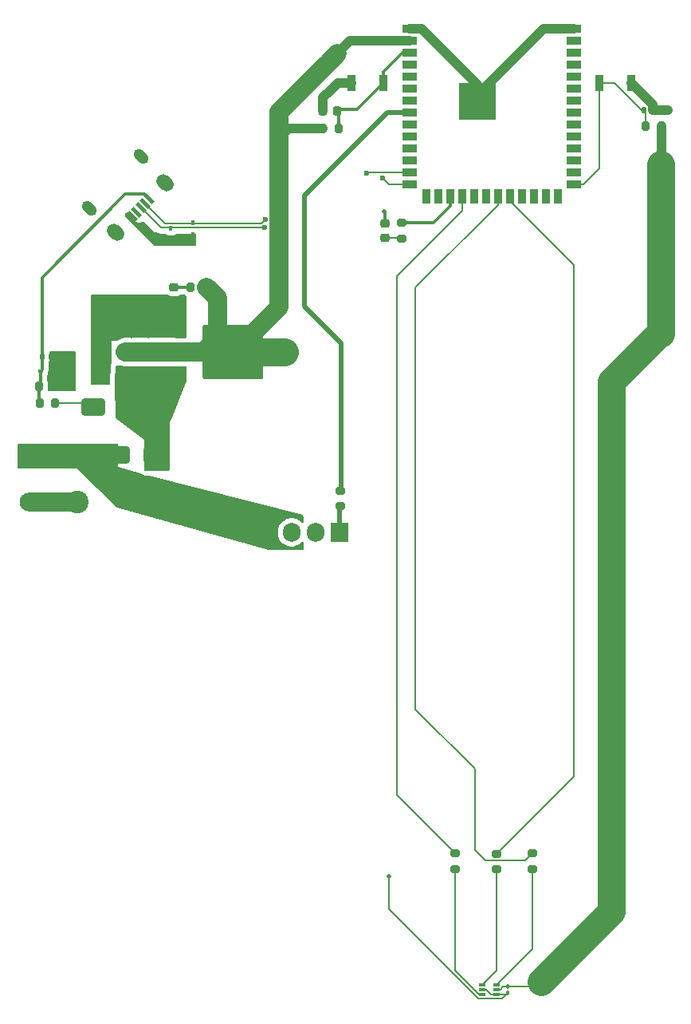
<source format=gbr>
%TF.GenerationSoftware,KiCad,Pcbnew,8.0.7*%
%TF.CreationDate,2025-03-03T14:35:13+00:00*%
%TF.ProjectId,FYP_Heater,4659505f-4865-4617-9465-722e6b696361,rev?*%
%TF.SameCoordinates,Original*%
%TF.FileFunction,Copper,L1,Top*%
%TF.FilePolarity,Positive*%
%FSLAX46Y46*%
G04 Gerber Fmt 4.6, Leading zero omitted, Abs format (unit mm)*
G04 Created by KiCad (PCBNEW 8.0.7) date 2025-03-03 14:35:13*
%MOMM*%
%LPD*%
G01*
G04 APERTURE LIST*
G04 Aperture macros list*
%AMRoundRect*
0 Rectangle with rounded corners*
0 $1 Rounding radius*
0 $2 $3 $4 $5 $6 $7 $8 $9 X,Y pos of 4 corners*
0 Add a 4 corners polygon primitive as box body*
4,1,4,$2,$3,$4,$5,$6,$7,$8,$9,$2,$3,0*
0 Add four circle primitives for the rounded corners*
1,1,$1+$1,$2,$3*
1,1,$1+$1,$4,$5*
1,1,$1+$1,$6,$7*
1,1,$1+$1,$8,$9*
0 Add four rect primitives between the rounded corners*
20,1,$1+$1,$2,$3,$4,$5,0*
20,1,$1+$1,$4,$5,$6,$7,0*
20,1,$1+$1,$6,$7,$8,$9,0*
20,1,$1+$1,$8,$9,$2,$3,0*%
%AMHorizOval*
0 Thick line with rounded ends*
0 $1 width*
0 $2 $3 position (X,Y) of the first rounded end (center of the circle)*
0 $4 $5 position (X,Y) of the second rounded end (center of the circle)*
0 Add line between two ends*
20,1,$1,$2,$3,$4,$5,0*
0 Add two circle primitives to create the rounded ends*
1,1,$1,$2,$3*
1,1,$1,$4,$5*%
%AMRotRect*
0 Rectangle, with rotation*
0 The origin of the aperture is its center*
0 $1 length*
0 $2 width*
0 $3 Rotation angle, in degrees counterclockwise*
0 Add horizontal line*
21,1,$1,$2,0,0,$3*%
G04 Aperture macros list end*
%TA.AperFunction,SMDPad,CuDef*%
%ADD10RoundRect,0.250000X1.000000X0.650000X-1.000000X0.650000X-1.000000X-0.650000X1.000000X-0.650000X0*%
%TD*%
%TA.AperFunction,SMDPad,CuDef*%
%ADD11R,1.500000X0.900000*%
%TD*%
%TA.AperFunction,SMDPad,CuDef*%
%ADD12R,0.900000X1.500000*%
%TD*%
%TA.AperFunction,HeatsinkPad*%
%ADD13C,0.600000*%
%TD*%
%TA.AperFunction,SMDPad,CuDef*%
%ADD14R,3.900000X3.900000*%
%TD*%
%TA.AperFunction,SMDPad,CuDef*%
%ADD15RoundRect,0.218750X0.256250X-0.218750X0.256250X0.218750X-0.256250X0.218750X-0.256250X-0.218750X0*%
%TD*%
%TA.AperFunction,ComponentPad*%
%ADD16R,3.960000X1.980000*%
%TD*%
%TA.AperFunction,ComponentPad*%
%ADD17O,3.960000X1.980000*%
%TD*%
%TA.AperFunction,SMDPad,CuDef*%
%ADD18RotRect,0.450000X1.300000X225.000000*%
%TD*%
%TA.AperFunction,ComponentPad*%
%ADD19HorizOval,1.150000X-0.229810X0.229810X0.229810X-0.229810X0*%
%TD*%
%TA.AperFunction,ComponentPad*%
%ADD20HorizOval,1.450000X-0.194454X0.194454X0.194454X-0.194454X0*%
%TD*%
%TA.AperFunction,SMDPad,CuDef*%
%ADD21RoundRect,0.218750X-0.256250X0.218750X-0.256250X-0.218750X0.256250X-0.218750X0.256250X0.218750X0*%
%TD*%
%TA.AperFunction,SMDPad,CuDef*%
%ADD22RoundRect,0.200000X-0.200000X-0.275000X0.200000X-0.275000X0.200000X0.275000X-0.200000X0.275000X0*%
%TD*%
%TA.AperFunction,SMDPad,CuDef*%
%ADD23RoundRect,0.140000X-0.140000X-0.170000X0.140000X-0.170000X0.140000X0.170000X-0.140000X0.170000X0*%
%TD*%
%TA.AperFunction,SMDPad,CuDef*%
%ADD24R,0.480000X0.400000*%
%TD*%
%TA.AperFunction,SMDPad,CuDef*%
%ADD25RoundRect,0.100000X-0.100000X0.130000X-0.100000X-0.130000X0.100000X-0.130000X0.100000X0.130000X0*%
%TD*%
%TA.AperFunction,SMDPad,CuDef*%
%ADD26RoundRect,0.200000X0.275000X-0.200000X0.275000X0.200000X-0.275000X0.200000X-0.275000X-0.200000X0*%
%TD*%
%TA.AperFunction,SMDPad,CuDef*%
%ADD27RoundRect,0.085000X-0.265000X-0.085000X0.265000X-0.085000X0.265000X0.085000X-0.265000X0.085000X0*%
%TD*%
%TA.AperFunction,SMDPad,CuDef*%
%ADD28RoundRect,0.200000X0.200000X0.275000X-0.200000X0.275000X-0.200000X-0.275000X0.200000X-0.275000X0*%
%TD*%
%TA.AperFunction,SMDPad,CuDef*%
%ADD29R,0.900000X1.700000*%
%TD*%
%TA.AperFunction,SMDPad,CuDef*%
%ADD30RoundRect,0.200000X-0.275000X0.200000X-0.275000X-0.200000X0.275000X-0.200000X0.275000X0.200000X0*%
%TD*%
%TA.AperFunction,SMDPad,CuDef*%
%ADD31R,0.400000X0.480000*%
%TD*%
%TA.AperFunction,SMDPad,CuDef*%
%ADD32RoundRect,0.250000X0.450000X0.425000X-0.450000X0.425000X-0.450000X-0.425000X0.450000X-0.425000X0*%
%TD*%
%TA.AperFunction,SMDPad,CuDef*%
%ADD33RoundRect,0.250000X-0.850000X-0.350000X0.850000X-0.350000X0.850000X0.350000X-0.850000X0.350000X0*%
%TD*%
%TA.AperFunction,SMDPad,CuDef*%
%ADD34RoundRect,0.250000X-1.275000X-1.125000X1.275000X-1.125000X1.275000X1.125000X-1.275000X1.125000X0*%
%TD*%
%TA.AperFunction,SMDPad,CuDef*%
%ADD35RoundRect,0.249997X-2.950003X-2.650003X2.950003X-2.650003X2.950003X2.650003X-2.950003X2.650003X0*%
%TD*%
%TA.AperFunction,ComponentPad*%
%ADD36R,1.905000X2.000000*%
%TD*%
%TA.AperFunction,ComponentPad*%
%ADD37O,1.905000X2.000000*%
%TD*%
%TA.AperFunction,SMDPad,CuDef*%
%ADD38RoundRect,0.225000X0.225000X0.250000X-0.225000X0.250000X-0.225000X-0.250000X0.225000X-0.250000X0*%
%TD*%
%TA.AperFunction,ViaPad*%
%ADD39C,0.500000*%
%TD*%
%TA.AperFunction,ViaPad*%
%ADD40C,2.400000*%
%TD*%
%TA.AperFunction,ViaPad*%
%ADD41C,0.600000*%
%TD*%
%TA.AperFunction,Conductor*%
%ADD42C,0.200000*%
%TD*%
%TA.AperFunction,Conductor*%
%ADD43C,0.300000*%
%TD*%
%TA.AperFunction,Conductor*%
%ADD44C,1.000000*%
%TD*%
%TA.AperFunction,Conductor*%
%ADD45C,2.000000*%
%TD*%
%TA.AperFunction,Conductor*%
%ADD46C,3.000000*%
%TD*%
%TA.AperFunction,Conductor*%
%ADD47C,0.500000*%
%TD*%
G04 APERTURE END LIST*
D10*
%TO.P,D8,1,K*%
%TO.N,Net-(D6-K)*%
X63300000Y-87100000D03*
%TO.P,D8,2,A*%
%TO.N,5VIN*%
X59300000Y-87100000D03*
%TD*%
%TO.P,D6,2,A*%
%TO.N,VBUS*%
X56700000Y-82000000D03*
%TO.P,D6,1,K*%
%TO.N,Net-(D6-K)*%
X60700000Y-82000000D03*
%TD*%
D11*
%TO.P,U4,1,GND*%
%TO.N,GND*%
X90250000Y-41890000D03*
%TO.P,U4,2,3V3*%
%TO.N,+3V3*%
X90250000Y-43160000D03*
%TO.P,U4,3,EN*%
%TO.N,EN*%
X90250000Y-44430000D03*
%TO.P,U4,4,IO4*%
%TO.N,GPIO4*%
X90250000Y-45700000D03*
%TO.P,U4,5,IO5*%
%TO.N,GPIO5*%
X90250000Y-46970000D03*
%TO.P,U4,6,IO6*%
%TO.N,GPIO6*%
X90250000Y-48240000D03*
%TO.P,U4,7,IO7*%
%TO.N,GPIO7*%
X90250000Y-49510000D03*
%TO.P,U4,8,IO15*%
%TO.N,TEMP_CONT*%
X90250000Y-50780000D03*
%TO.P,U4,9,IO16*%
%TO.N,TEMP_CONTROL*%
X90250000Y-52050000D03*
%TO.P,U4,10,IO17*%
%TO.N,GPIO17*%
X90250000Y-53320000D03*
%TO.P,U4,11,IO18*%
%TO.N,GPIO18*%
X90250000Y-54590000D03*
%TO.P,U4,12,IO8*%
%TO.N,GPIO8*%
X90250000Y-55860000D03*
%TO.P,U4,13,USB_D-*%
%TO.N,D-*%
X90250000Y-57130000D03*
%TO.P,U4,14,USB_D+*%
%TO.N,D+*%
X90250000Y-58400000D03*
D12*
%TO.P,U4,15,IO3*%
%TO.N,GPIO3_NC*%
X92015000Y-59650000D03*
%TO.P,U4,16,IO46*%
%TO.N,GPIO46_NC*%
X93285000Y-59650000D03*
%TO.P,U4,17,IO9*%
%TO.N,GPIO9*%
X94555000Y-59650000D03*
%TO.P,U4,18,IO10*%
%TO.N,HI_T_ALERT*%
X95825000Y-59650000D03*
%TO.P,U4,19,IO11*%
%TO.N,GPIO11*%
X97095000Y-59650000D03*
%TO.P,U4,20,IO12*%
%TO.N,GPIO12*%
X98365000Y-59650000D03*
%TO.P,U4,21,IO13*%
%TO.N,SDA*%
X99635000Y-59650000D03*
%TO.P,U4,22,IO14*%
%TO.N,SCL*%
X100905000Y-59650000D03*
%TO.P,U4,23,IO21*%
%TO.N,GPIO21*%
X102175000Y-59650000D03*
%TO.P,U4,24,IO47*%
%TO.N,GPIO47*%
X103445000Y-59650000D03*
%TO.P,U4,25,IO48*%
%TO.N,GPIO48*%
X104715000Y-59650000D03*
%TO.P,U4,26,IO45*%
%TO.N,GPIO45_NC*%
X105985000Y-59650000D03*
D11*
%TO.P,U4,27,IO0*%
%TO.N,IO0*%
X107750000Y-58400000D03*
%TO.P,U4,28,IO35*%
%TO.N,GPIO35_NC*%
X107750000Y-57130000D03*
%TO.P,U4,29,IO36*%
%TO.N,GPIO36_NC*%
X107750000Y-55860000D03*
%TO.P,U4,30,IO37*%
%TO.N,GPIO37_NC*%
X107750000Y-54590000D03*
%TO.P,U4,31,IO38*%
%TO.N,GPIO38*%
X107750000Y-53320000D03*
%TO.P,U4,32,IO39*%
%TO.N,GPIO39*%
X107750000Y-52050000D03*
%TO.P,U4,33,IO40*%
%TO.N,GPIO40*%
X107750000Y-50780000D03*
%TO.P,U4,34,IO41*%
%TO.N,GPIO41*%
X107750000Y-49510000D03*
%TO.P,U4,35,IO42*%
%TO.N,GPIO42*%
X107750000Y-48240000D03*
%TO.P,U4,36,RXD0*%
%TO.N,RX0*%
X107750000Y-46970000D03*
%TO.P,U4,37,TXD0*%
%TO.N,TX0*%
X107750000Y-45700000D03*
%TO.P,U4,38,IO2*%
%TO.N,GPIO2*%
X107750000Y-44430000D03*
%TO.P,U4,39,IO1*%
%TO.N,GPIO1*%
X107750000Y-43160000D03*
%TO.P,U4,40,GND*%
%TO.N,GND*%
X107750000Y-41890000D03*
D13*
%TO.P,U4,41,GND*%
X96100000Y-48910000D03*
X96100000Y-50310000D03*
X96800000Y-48210000D03*
X96800000Y-49610000D03*
X96800000Y-51010000D03*
X97500000Y-48910000D03*
D14*
X97500000Y-49610000D03*
D13*
X97500000Y-50310000D03*
X98200000Y-48210000D03*
X98200000Y-49610000D03*
X98200000Y-51010000D03*
X98900000Y-48910000D03*
X98900000Y-50310000D03*
%TD*%
D15*
%TO.P,D4,1,K*%
%TO.N,GND*%
X65250000Y-70862500D03*
%TO.P,D4,2,A*%
%TO.N,Net-(D4-A)*%
X65250000Y-69287500D03*
%TD*%
D16*
%TO.P,J3,1,Pin_1*%
%TO.N,5VIN*%
X50800000Y-87050000D03*
D17*
%TO.P,J3,2,Pin_2*%
%TO.N,GND*%
X50800000Y-92050000D03*
%TD*%
D18*
%TO.P,J1,1,VBUS*%
%TO.N,Net-(J1-VBUS)*%
X62620622Y-59950089D03*
%TO.P,J1,2,D-*%
%TO.N,D+*%
X62161002Y-60409708D03*
%TO.P,J1,3,D+*%
%TO.N,D-*%
X61701383Y-60869328D03*
%TO.P,J1,4,ID*%
%TO.N,unconnected-(J1-ID-Pad4)*%
X61241763Y-61328947D03*
%TO.P,J1,5,GND*%
%TO.N,GND*%
X60782144Y-61788567D03*
D19*
%TO.P,J1,6,Shield*%
%TO.N,unconnected-(J1-Shield-Pad6)_2*%
X61719061Y-55406928D03*
D20*
%TO.N,unconnected-(J1-Shield-Pad6)_1*%
X64300000Y-58200000D03*
%TO.N,unconnected-(J1-Shield-Pad6)_3*%
X59032055Y-63467945D03*
D19*
%TO.N,unconnected-(J1-Shield-Pad6)*%
X56238983Y-60887006D03*
%TD*%
D21*
%TO.P,D5,1,K*%
%TO.N,GND*%
X87650000Y-62525000D03*
%TO.P,D5,2,A*%
%TO.N,Net-(D5-A)*%
X87650000Y-64100000D03*
%TD*%
D22*
%TO.P,R5,1*%
%TO.N,Net-(J1-VBUS)*%
X50950000Y-81600000D03*
%TO.P,R5,2*%
%TO.N,VBUS*%
X52600000Y-81600000D03*
%TD*%
D23*
%TO.P,C1,1*%
%TO.N,Net-(J1-VBUS)*%
X51240000Y-76700000D03*
%TO.P,C1,2*%
%TO.N,GND*%
X52200000Y-76700000D03*
%TD*%
D24*
%TO.P,D1,1*%
%TO.N,GND*%
X52400000Y-78200000D03*
%TO.P,D1,2*%
%TO.N,Net-(J1-VBUS)*%
X51080000Y-78200000D03*
%TD*%
D25*
%TO.P,C7,1*%
%TO.N,+3V3*%
X100700000Y-143500000D03*
%TO.P,C7,2*%
%TO.N,GND*%
X100700000Y-144140000D03*
%TD*%
D26*
%TO.P,R3,1*%
%TO.N,Net-(Q4-G)*%
X82900000Y-92525000D03*
%TO.P,R3,2*%
%TO.N,TEMP_CONT*%
X82900000Y-90875000D03*
%TD*%
D27*
%TO.P,U2,1,SCL*%
%TO.N,Net-(U2-SCL)*%
X98000000Y-143300000D03*
%TO.P,U2,2,GND*%
%TO.N,GND*%
X98000000Y-143800000D03*
%TO.P,U2,3,ALERT*%
%TO.N,Net-(U2-ALERT)*%
X98000000Y-144300000D03*
%TO.P,U2,4,ADD0*%
%TO.N,GND*%
X99500000Y-144300000D03*
%TO.P,U2,5,V+*%
%TO.N,+3V3*%
X99500000Y-143800000D03*
%TO.P,U2,6,SDA*%
%TO.N,Net-(U2-SDA)*%
X99500000Y-143300000D03*
%TD*%
D28*
%TO.P,R13,1*%
%TO.N,+3V3*%
X117000000Y-52200000D03*
%TO.P,R13,2*%
%TO.N,IO0*%
X115350000Y-52200000D03*
%TD*%
D29*
%TO.P,SW2,1,A*%
%TO.N,GND*%
X113800000Y-47600000D03*
%TO.P,SW2,2,B*%
%TO.N,IO0*%
X110400000Y-47600000D03*
%TD*%
D26*
%TO.P,R14,1*%
%TO.N,Net-(D5-A)*%
X89400000Y-64125000D03*
%TO.P,R14,2*%
%TO.N,GPIO9*%
X89400000Y-62475000D03*
%TD*%
D29*
%TO.P,SW1,1,A*%
%TO.N,GND*%
X84100000Y-47600000D03*
%TO.P,SW1,2,B*%
%TO.N,EN*%
X87500000Y-47600000D03*
%TD*%
D30*
%TO.P,R1,1*%
%TO.N,SDA*%
X103300000Y-129375000D03*
%TO.P,R1,2*%
%TO.N,Net-(U2-SDA)*%
X103300000Y-131025000D03*
%TD*%
D26*
%TO.P,R8,1*%
%TO.N,Net-(U2-ALERT)*%
X95100000Y-131025000D03*
%TO.P,R8,2*%
%TO.N,HI_T_ALERT*%
X95100000Y-129375000D03*
%TD*%
D31*
%TO.P,D2,1*%
%TO.N,GND*%
X64900000Y-64360000D03*
%TO.P,D2,2*%
%TO.N,D-*%
X64900000Y-63040000D03*
%TD*%
D30*
%TO.P,R2,1*%
%TO.N,SCL*%
X99500000Y-129400000D03*
%TO.P,R2,2*%
%TO.N,Net-(U2-SCL)*%
X99500000Y-131050000D03*
%TD*%
D32*
%TO.P,C4,1*%
%TO.N,+3V3*%
X60075000Y-76175000D03*
%TO.P,C4,2*%
%TO.N,GND*%
X57375000Y-76175000D03*
%TD*%
D22*
%TO.P,R12,1*%
%TO.N,Net-(D4-A)*%
X67025000Y-69275000D03*
%TO.P,R12,2*%
%TO.N,+3V3*%
X68675000Y-69275000D03*
%TD*%
D33*
%TO.P,U3,1,GND*%
%TO.N,GND*%
X65200000Y-73920000D03*
%TO.P,U3,2,VO*%
%TO.N,+3V3*%
X65200000Y-76200000D03*
D34*
X69825000Y-74675000D03*
X69825000Y-77725000D03*
D35*
X71500000Y-76200000D03*
D34*
X73175000Y-74675000D03*
X73175000Y-77725000D03*
D33*
%TO.P,U3,3,VI*%
%TO.N,Net-(D6-K)*%
X65200000Y-78480000D03*
%TD*%
D32*
%TO.P,C3,1*%
%TO.N,Net-(D6-K)*%
X59975000Y-78575000D03*
%TO.P,C3,2*%
%TO.N,GND*%
X57275000Y-78575000D03*
%TD*%
D23*
%TO.P,C6,1*%
%TO.N,IO0*%
X115140000Y-50500000D03*
%TO.P,C6,2*%
%TO.N,GND*%
X116100000Y-50500000D03*
%TD*%
D36*
%TO.P,Q4,1,G*%
%TO.N,Net-(Q4-G)*%
X82800000Y-95300000D03*
D37*
%TO.P,Q4,2,D*%
%TO.N,Net-(H1-24V)*%
X80260000Y-95300000D03*
%TO.P,Q4,3,S*%
%TO.N,5V*%
X77720000Y-95300000D03*
%TD*%
D38*
%TO.P,C5,1*%
%TO.N,EN*%
X82600000Y-50600000D03*
%TO.P,C5,2*%
%TO.N,GND*%
X81050000Y-50600000D03*
%TD*%
D28*
%TO.P,R4,1*%
%TO.N,GND*%
X52550000Y-79800000D03*
%TO.P,R4,2*%
%TO.N,Net-(J1-VBUS)*%
X50900000Y-79800000D03*
%TD*%
D22*
%TO.P,R11,1*%
%TO.N,+3V3*%
X81050000Y-52500000D03*
%TO.P,R11,2*%
%TO.N,EN*%
X82700000Y-52500000D03*
%TD*%
D31*
%TO.P,D3,1*%
%TO.N,GND*%
X67200000Y-63760000D03*
%TO.P,D3,2*%
%TO.N,D+*%
X67200000Y-62440000D03*
%TD*%
D39*
%TO.N,GND*%
X54500000Y-78800000D03*
X54500000Y-78200000D03*
D40*
X55000000Y-92050000D03*
D39*
X63825000Y-70375000D03*
X53000000Y-76500000D03*
D41*
X62100000Y-63200000D03*
X63800000Y-64500000D03*
D39*
X57225000Y-74475000D03*
X53600000Y-80000000D03*
X62525000Y-74475000D03*
X117700000Y-50500000D03*
X53000000Y-77200000D03*
D41*
X63800000Y-63900000D03*
D39*
X81875000Y-48375000D03*
X87600000Y-61300000D03*
D41*
X66100000Y-63900000D03*
X66100000Y-64500000D03*
D39*
X66025000Y-72075000D03*
X65225000Y-72075000D03*
X64325000Y-72075000D03*
X88100000Y-131800000D03*
X59025000Y-74475000D03*
X60725000Y-74475000D03*
X54000000Y-77700000D03*
D41*
X61600000Y-62700000D03*
D39*
X63825000Y-71275000D03*
D40*
%TO.N,+3V3*%
X111700000Y-79300000D03*
X77000000Y-76200000D03*
D41*
%TO.N,D-*%
X85700000Y-57200000D03*
X74900000Y-63000000D03*
%TO.N,D+*%
X87400000Y-57730000D03*
X74925735Y-62125735D03*
%TD*%
D42*
%TO.N,VBUS*%
X56300000Y-81600000D02*
X56700000Y-82000000D01*
X52600000Y-81600000D02*
X56300000Y-81600000D01*
D43*
%TO.N,Net-(J1-VBUS)*%
X50900000Y-81550000D02*
X50950000Y-81600000D01*
X51240000Y-78040000D02*
X51080000Y-78200000D01*
X51080000Y-78200000D02*
X51080000Y-79620000D01*
X51240000Y-68260000D02*
X51240000Y-76700000D01*
X51240000Y-76700000D02*
X51240000Y-78040000D01*
X50900000Y-79800000D02*
X50900000Y-81550000D01*
X62111523Y-59440990D02*
X60059010Y-59440990D01*
X51080000Y-79620000D02*
X50900000Y-79800000D01*
X62620622Y-59950089D02*
X62111523Y-59440990D01*
X60059010Y-59440990D02*
X51240000Y-68260000D01*
D44*
%TO.N,GND*%
X84100000Y-47600000D02*
X82650000Y-47600000D01*
D42*
X100540000Y-144300000D02*
X99500000Y-144300000D01*
D44*
X104520000Y-41890000D02*
X96800000Y-49610000D01*
D42*
X97573172Y-144770000D02*
X100070000Y-144770000D01*
D44*
X90250000Y-41890000D02*
X91580000Y-41890000D01*
D42*
X98396828Y-143800000D02*
X98000000Y-143800000D01*
D44*
X107750000Y-41890000D02*
X104520000Y-41890000D01*
D45*
X55000000Y-92050000D02*
X50800000Y-92050000D01*
D42*
X100070000Y-144770000D02*
X100700000Y-144140000D01*
D43*
X87650000Y-62525000D02*
X87650000Y-61350000D01*
D44*
X113800000Y-47600000D02*
X116120000Y-49920000D01*
X97500000Y-47810000D02*
X97500000Y-48910000D01*
X116120000Y-49920000D02*
X116120000Y-50500000D01*
D42*
X99500000Y-144300000D02*
X98896828Y-144300000D01*
X88100000Y-131800000D02*
X88100000Y-135296828D01*
D44*
X116120000Y-50500000D02*
X117700000Y-50500000D01*
D42*
X100700000Y-144140000D02*
X100540000Y-144300000D01*
D44*
X91580000Y-41890000D02*
X97500000Y-47810000D01*
D43*
X87650000Y-61350000D02*
X87600000Y-61300000D01*
D44*
X82650000Y-47600000D02*
X81875000Y-48375000D01*
X81875000Y-48375000D02*
X81050000Y-49200000D01*
X81050000Y-49200000D02*
X81050000Y-50600000D01*
D42*
X98896828Y-144300000D02*
X98396828Y-143800000D01*
X88100000Y-135296828D02*
X97573172Y-144770000D01*
D44*
%TO.N,+3V3*%
X81050000Y-52500000D02*
X77425735Y-52500000D01*
D42*
X104200000Y-143000000D02*
X103700000Y-143500000D01*
D46*
X116900000Y-74200000D02*
X116900000Y-56300000D01*
D45*
X68300000Y-76200000D02*
X69825000Y-74675000D01*
D44*
X117000000Y-52200000D02*
X117000000Y-56200000D01*
D42*
X99500000Y-143800000D02*
X99896828Y-143800000D01*
D45*
X76425735Y-50674265D02*
X81600000Y-45500000D01*
D42*
X103700000Y-143500000D02*
X100700000Y-143500000D01*
X100196828Y-143500000D02*
X100700000Y-143500000D01*
D46*
X77000000Y-76200000D02*
X71500000Y-76200000D01*
X104200000Y-143000000D02*
X111700000Y-135500000D01*
D42*
X99896828Y-143800000D02*
X100196828Y-143500000D01*
D45*
X60075000Y-76175000D02*
X65175000Y-76175000D01*
D44*
X77425735Y-52500000D02*
X76425735Y-53500000D01*
D45*
X65200000Y-76200000D02*
X68300000Y-76200000D01*
D46*
X111700000Y-135500000D02*
X111700000Y-79300000D01*
D45*
X81600000Y-45500000D02*
X82600000Y-44500000D01*
X73175000Y-74675000D02*
X76425735Y-71424265D01*
D46*
X116800000Y-74200000D02*
X116900000Y-74200000D01*
D45*
X65175000Y-76175000D02*
X65200000Y-76200000D01*
D44*
X90250000Y-43160000D02*
X83940000Y-43160000D01*
D46*
X111700000Y-79300000D02*
X116800000Y-74200000D01*
D44*
X117000000Y-56200000D02*
X116900000Y-56300000D01*
D45*
X69825000Y-74675000D02*
X69825000Y-70425000D01*
D44*
X83940000Y-43160000D02*
X82600000Y-44500000D01*
D45*
X69825000Y-70425000D02*
X68675000Y-69275000D01*
X76425735Y-71424265D02*
X76425735Y-53500000D01*
X76425735Y-53500000D02*
X76425735Y-50674265D01*
D43*
%TO.N,EN*%
X87500000Y-46450000D02*
X89520000Y-44430000D01*
X87500000Y-47600000D02*
X87500000Y-46450000D01*
X84700000Y-50400000D02*
X87500000Y-47600000D01*
X82600000Y-50600000D02*
X82800000Y-50400000D01*
X82800000Y-50400000D02*
X84700000Y-50400000D01*
X82700000Y-50700000D02*
X82600000Y-50600000D01*
X89520000Y-44430000D02*
X90250000Y-44430000D01*
X82700000Y-52500000D02*
X82700000Y-50700000D01*
D42*
%TO.N,IO0*%
X115350000Y-52200000D02*
X115350000Y-50710000D01*
X108700000Y-58400000D02*
X107750000Y-58400000D01*
X115350000Y-50710000D02*
X115140000Y-50500000D01*
X114900000Y-50500000D02*
X112000000Y-47600000D01*
X110400000Y-56700000D02*
X108700000Y-58400000D01*
X110400000Y-47600000D02*
X110400000Y-56700000D01*
X115140000Y-50500000D02*
X114900000Y-50500000D01*
X112000000Y-47600000D02*
X110400000Y-47600000D01*
D43*
%TO.N,Net-(D4-A)*%
X65262500Y-69275000D02*
X65250000Y-69287500D01*
X67025000Y-69275000D02*
X65262500Y-69275000D01*
D42*
%TO.N,Net-(D5-A)*%
X89350000Y-64100000D02*
X87650000Y-64100000D01*
D47*
%TO.N,Net-(Q4-G)*%
X82800000Y-92625000D02*
X82900000Y-92525000D01*
X82800000Y-95300000D02*
X82800000Y-92625000D01*
D42*
%TO.N,SDA*%
X102575000Y-130100000D02*
X98300000Y-130100000D01*
X90892225Y-69342775D02*
X99635000Y-60600000D01*
X98300000Y-130100000D02*
X97200000Y-129000000D01*
X97200000Y-129000000D02*
X97200000Y-120400000D01*
X99635000Y-60600000D02*
X99635000Y-59650000D01*
X103300000Y-129375000D02*
X102575000Y-130100000D01*
X97200000Y-120400000D02*
X90892225Y-114092225D01*
X90892225Y-114092225D02*
X90892225Y-69342775D01*
%TO.N,SCL*%
X100905000Y-60180000D02*
X100905000Y-59650000D01*
X107700000Y-121200000D02*
X107700000Y-66975000D01*
X107700000Y-66975000D02*
X100905000Y-60180000D01*
X99500000Y-129400000D02*
X107700000Y-121200000D01*
%TO.N,HI_T_ALERT*%
X95100000Y-129375000D02*
X88900000Y-123175000D01*
X95825000Y-61175000D02*
X95825000Y-59650000D01*
X88900000Y-68100000D02*
X95825000Y-61175000D01*
X88900000Y-123175000D02*
X88900000Y-68100000D01*
%TO.N,D-*%
X85770000Y-57130000D02*
X90250000Y-57130000D01*
X63832055Y-63000000D02*
X74900000Y-63000000D01*
X85700000Y-57200000D02*
X85770000Y-57130000D01*
X61701383Y-60869328D02*
X63832055Y-63000000D01*
D43*
%TO.N,GPIO9*%
X94555000Y-60700000D02*
X94555000Y-59650000D01*
X89400000Y-62475000D02*
X92780000Y-62475000D01*
X92780000Y-62475000D02*
X94555000Y-60700000D01*
D42*
%TO.N,D+*%
X74651471Y-62400000D02*
X74651471Y-62399999D01*
X64251294Y-62500000D02*
X74551471Y-62500000D01*
X87400000Y-57730000D02*
X88070000Y-58400000D01*
X62161002Y-60409708D02*
X64251294Y-62500000D01*
X88070000Y-58400000D02*
X90250000Y-58400000D01*
X74651471Y-62399999D02*
X74925735Y-62125735D01*
X74551471Y-62500000D02*
X74651471Y-62400000D01*
D47*
%TO.N,TEMP_CONT*%
X83000000Y-75200000D02*
X83000000Y-90775000D01*
X90250000Y-50780000D02*
X87920000Y-50780000D01*
X79100000Y-59600000D02*
X79100000Y-71300000D01*
X87920000Y-50780000D02*
X79100000Y-59600000D01*
X79100000Y-71300000D02*
X83000000Y-75200000D01*
X83000000Y-90775000D02*
X82900000Y-90875000D01*
D42*
%TO.N,Net-(U2-SDA)*%
X103300000Y-131025000D02*
X103300000Y-139500000D01*
X99500000Y-143300000D02*
X103300000Y-139500000D01*
%TO.N,Net-(U2-SCL)*%
X99500000Y-141800000D02*
X99500000Y-131050000D01*
X98000000Y-143300000D02*
X99500000Y-141800000D01*
%TO.N,Net-(U2-ALERT)*%
X98000000Y-144300000D02*
X97603172Y-144300000D01*
X97603172Y-144300000D02*
X95100000Y-141796828D01*
X95100000Y-141796828D02*
X95100000Y-131025000D01*
%TD*%
%TA.AperFunction,Conductor*%
%TO.N,GND*%
G36*
X64575706Y-70093462D02*
G01*
X64687713Y-70162549D01*
X64847315Y-70215436D01*
X64945826Y-70225500D01*
X64945831Y-70225500D01*
X65554169Y-70225500D01*
X65554174Y-70225500D01*
X65652685Y-70215436D01*
X65812287Y-70162549D01*
X65924294Y-70093462D01*
X65989391Y-70075000D01*
X66308131Y-70075000D01*
X66375170Y-70094685D01*
X66384609Y-70101393D01*
X66389819Y-70105475D01*
X66465149Y-70151013D01*
X66512337Y-70202540D01*
X66525000Y-70257130D01*
X66525000Y-74575500D01*
X66505315Y-74642539D01*
X66452511Y-74688294D01*
X66401000Y-74699500D01*
X65460694Y-74699500D01*
X65441296Y-74697973D01*
X65293097Y-74674500D01*
X65293092Y-74674500D01*
X59956908Y-74674500D01*
X59956903Y-74674500D01*
X59723631Y-74711446D01*
X59499003Y-74784433D01*
X59288566Y-74891657D01*
X59206451Y-74951318D01*
X59140644Y-74974798D01*
X59133565Y-74975000D01*
X58625000Y-74975000D01*
X58625000Y-75762280D01*
X58618931Y-75800599D01*
X58611446Y-75823633D01*
X58574500Y-76056902D01*
X58574500Y-76293097D01*
X58611446Y-76526364D01*
X58611447Y-76526369D01*
X58618931Y-76549402D01*
X58625000Y-76587719D01*
X58625000Y-77299208D01*
X58605315Y-77366247D01*
X58599487Y-77373948D01*
X58596728Y-77378144D01*
X58535594Y-77508384D01*
X58535593Y-77508388D01*
X58515209Y-77575213D01*
X58515207Y-77575221D01*
X58493243Y-77717406D01*
X58493242Y-77717417D01*
X58476988Y-79269797D01*
X58476988Y-79269798D01*
X58474536Y-79503768D01*
X58474513Y-79507471D01*
X58474507Y-79509752D01*
X58474513Y-79513827D01*
X58474714Y-79550319D01*
X58455398Y-79617466D01*
X58402846Y-79663510D01*
X58350716Y-79675000D01*
X56549000Y-79675000D01*
X56481961Y-79655315D01*
X56436206Y-79602511D01*
X56425000Y-79551000D01*
X56425000Y-70199000D01*
X56444685Y-70131961D01*
X56497489Y-70086206D01*
X56549000Y-70075000D01*
X64510609Y-70075000D01*
X64575706Y-70093462D01*
G37*
%TD.AperFunction*%
%TD*%
%TA.AperFunction,Conductor*%
%TO.N,GND*%
G36*
X60266139Y-61389241D02*
G01*
X60300143Y-61413338D01*
X61222228Y-62335422D01*
X61222232Y-62335425D01*
X61222234Y-62335427D01*
X61268909Y-62373042D01*
X61334368Y-62402936D01*
X61399826Y-62432830D01*
X61399825Y-62432830D01*
X61420307Y-62435774D01*
X61542283Y-62453312D01*
X61684741Y-62432830D01*
X61815657Y-62373042D01*
X61815659Y-62373040D01*
X61819126Y-62371457D01*
X61888284Y-62361513D01*
X61951840Y-62390537D01*
X61952978Y-62391536D01*
X63200000Y-63500000D01*
X63463855Y-63500000D01*
X63525854Y-63516612D01*
X63550150Y-63530639D01*
X63550152Y-63530641D01*
X63600268Y-63559576D01*
X63600270Y-63559577D01*
X63752997Y-63600500D01*
X63752998Y-63600500D01*
X64254045Y-63600500D01*
X64321084Y-63620185D01*
X64341720Y-63636812D01*
X64342455Y-63637547D01*
X64457664Y-63723793D01*
X64457671Y-63723797D01*
X64502618Y-63740561D01*
X64592517Y-63774091D01*
X64652127Y-63780500D01*
X65147872Y-63780499D01*
X65207483Y-63774091D01*
X65342331Y-63723796D01*
X65457546Y-63637546D01*
X65457548Y-63637542D01*
X65458280Y-63636812D01*
X65459192Y-63636314D01*
X65464645Y-63632232D01*
X65465232Y-63633016D01*
X65519606Y-63603332D01*
X65545955Y-63600500D01*
X67476000Y-63600500D01*
X67543039Y-63620185D01*
X67588794Y-63672989D01*
X67600000Y-63724500D01*
X67600000Y-64776000D01*
X67580315Y-64843039D01*
X67527511Y-64888794D01*
X67476000Y-64900000D01*
X63152484Y-64900000D01*
X63085445Y-64880315D01*
X63063464Y-64862322D01*
X60649616Y-62373042D01*
X60080119Y-61785748D01*
X60047583Y-61723918D01*
X60045820Y-61712396D01*
X60041472Y-61671021D01*
X60019107Y-61602191D01*
X60017112Y-61532355D01*
X60053192Y-61472522D01*
X60057607Y-61468660D01*
X60133087Y-61405760D01*
X60197185Y-61377967D01*
X60266139Y-61389241D01*
G37*
%TD.AperFunction*%
%TD*%
%TA.AperFunction,Conductor*%
%TO.N,5VIN*%
G36*
X59243039Y-85919685D02*
G01*
X59288794Y-85972489D01*
X59300000Y-86024000D01*
X59300000Y-88400000D01*
X61656509Y-89010060D01*
X61716475Y-89045918D01*
X61719143Y-89048899D01*
X61729926Y-89061343D01*
X61729928Y-89061344D01*
X61729930Y-89061347D01*
X61838664Y-89155567D01*
X61969541Y-89215338D01*
X62036580Y-89235023D01*
X62036584Y-89235024D01*
X62179000Y-89255500D01*
X62179003Y-89255500D01*
X62588786Y-89255500D01*
X62619863Y-89259457D01*
X78907079Y-93475944D01*
X78967044Y-93511801D01*
X78998104Y-93574387D01*
X79000000Y-93595986D01*
X79000000Y-94178286D01*
X78980315Y-94245325D01*
X78927511Y-94291080D01*
X78858353Y-94301024D01*
X78794797Y-94271999D01*
X78788319Y-94265967D01*
X78666568Y-94144216D01*
X78666566Y-94144214D01*
X78481538Y-94009783D01*
X78277755Y-93905950D01*
X78060248Y-93835278D01*
X77890826Y-93808444D01*
X77834354Y-93799500D01*
X77605646Y-93799500D01*
X77530349Y-93811426D01*
X77379753Y-93835278D01*
X77379750Y-93835278D01*
X77162244Y-93905950D01*
X76958461Y-94009783D01*
X76852896Y-94086480D01*
X76773434Y-94144214D01*
X76773432Y-94144216D01*
X76773431Y-94144216D01*
X76611716Y-94305931D01*
X76611716Y-94305932D01*
X76611714Y-94305934D01*
X76553980Y-94385396D01*
X76477283Y-94490961D01*
X76373450Y-94694744D01*
X76302778Y-94912250D01*
X76302778Y-94912253D01*
X76267000Y-95138146D01*
X76267000Y-95461853D01*
X76302778Y-95687746D01*
X76302778Y-95687749D01*
X76373450Y-95905255D01*
X76373452Y-95905258D01*
X76477283Y-96109038D01*
X76611714Y-96294066D01*
X76773434Y-96455786D01*
X76958462Y-96590217D01*
X77162242Y-96694048D01*
X77162244Y-96694049D01*
X77379751Y-96764721D01*
X77379752Y-96764721D01*
X77379755Y-96764722D01*
X77605646Y-96800500D01*
X77605647Y-96800500D01*
X77834353Y-96800500D01*
X77834354Y-96800500D01*
X78060245Y-96764722D01*
X78060248Y-96764721D01*
X78060249Y-96764721D01*
X78277755Y-96694049D01*
X78277755Y-96694048D01*
X78277758Y-96694048D01*
X78481538Y-96590217D01*
X78666566Y-96455786D01*
X78788319Y-96334033D01*
X78849642Y-96300548D01*
X78919334Y-96305532D01*
X78975267Y-96347404D01*
X78999684Y-96412868D01*
X79000000Y-96421714D01*
X79000000Y-97075335D01*
X78980315Y-97142374D01*
X78927511Y-97188129D01*
X78875337Y-97199333D01*
X75276634Y-97180088D01*
X75243979Y-97175530D01*
X59230226Y-92708431D01*
X59177423Y-92678206D01*
X54886004Y-88535618D01*
X48723297Y-88500698D01*
X48656371Y-88480634D01*
X48610916Y-88427572D01*
X48600000Y-88376700D01*
X48600000Y-86024000D01*
X48619685Y-85956961D01*
X48672489Y-85911206D01*
X48724000Y-85900000D01*
X59176000Y-85900000D01*
X59243039Y-85919685D01*
G37*
%TD.AperFunction*%
%TD*%
%TA.AperFunction,Conductor*%
%TO.N,Net-(D6-K)*%
G36*
X59623657Y-77606069D02*
G01*
X59723631Y-77638553D01*
X59956903Y-77675500D01*
X59956908Y-77675500D01*
X64914306Y-77675500D01*
X64933704Y-77677027D01*
X65081903Y-77700500D01*
X66476000Y-77700500D01*
X66543039Y-77720185D01*
X66588794Y-77772989D01*
X66600000Y-77824500D01*
X66600000Y-79275092D01*
X66590383Y-79322973D01*
X66512093Y-79510000D01*
X65014089Y-83088567D01*
X64800000Y-83600001D01*
X64809759Y-88625759D01*
X64790204Y-88692837D01*
X64737489Y-88738694D01*
X64685759Y-88750000D01*
X62179000Y-88750000D01*
X62111961Y-88730315D01*
X62066206Y-88677511D01*
X62055000Y-88626000D01*
X62055000Y-85450000D01*
X59049079Y-83186950D01*
X59007360Y-83130902D01*
X58999662Y-83088567D01*
X58980005Y-79510984D01*
X58980010Y-79509005D01*
X58982460Y-79275092D01*
X58998715Y-77722701D01*
X59019100Y-77655872D01*
X59072380Y-77610672D01*
X59122708Y-77600000D01*
X59585338Y-77600000D01*
X59623657Y-77606069D01*
G37*
%TD.AperFunction*%
%TD*%
%TA.AperFunction,Conductor*%
%TO.N,GND*%
G36*
X54743039Y-76119685D02*
G01*
X54788794Y-76172489D01*
X54800000Y-76224000D01*
X54800000Y-80176903D01*
X54780315Y-80243942D01*
X54727511Y-80289697D01*
X54676907Y-80300900D01*
X51919968Y-80321073D01*
X51852787Y-80301879D01*
X51806647Y-80249411D01*
X51795570Y-80185856D01*
X51800500Y-80131616D01*
X51800500Y-79468384D01*
X51794086Y-79397804D01*
X51743478Y-79235394D01*
X51743475Y-79235389D01*
X51743474Y-79235385D01*
X51741421Y-79230822D01*
X51730500Y-79179939D01*
X51730500Y-78728080D01*
X51750185Y-78661041D01*
X51755234Y-78653768D01*
X51763796Y-78642331D01*
X51814091Y-78507483D01*
X51820500Y-78447873D01*
X51820499Y-78363051D01*
X51829938Y-78315598D01*
X51865501Y-78229744D01*
X51890500Y-78104069D01*
X51890500Y-77298961D01*
X51907768Y-77235840D01*
X51972494Y-77126395D01*
X52017643Y-76970993D01*
X52020500Y-76934690D01*
X52020500Y-76465310D01*
X52017643Y-76429007D01*
X51981051Y-76303058D01*
X51981250Y-76233190D01*
X52016120Y-76177257D01*
X52046774Y-76149023D01*
X52064399Y-76132791D01*
X52127046Y-76101853D01*
X52148404Y-76100000D01*
X54676000Y-76100000D01*
X54743039Y-76119685D01*
G37*
%TD.AperFunction*%
%TD*%
M02*

</source>
